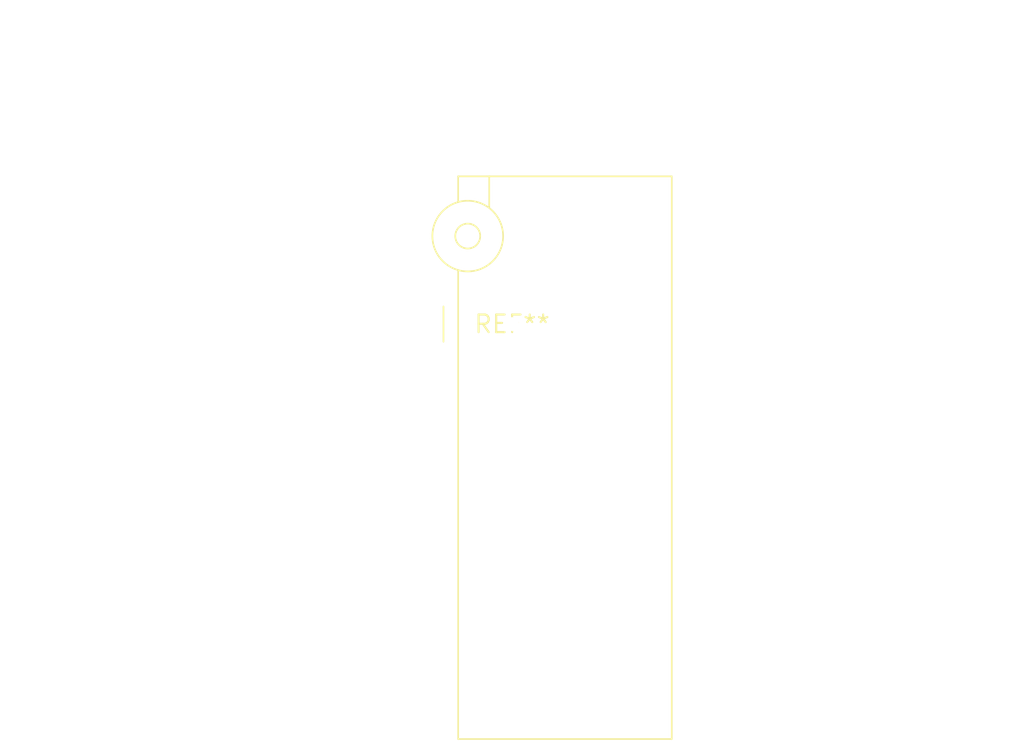
<source format=kicad_pcb>
(kicad_pcb (version 20240108) (generator pcbnew)
  (layers (0 "F.Cu" signal) (31 "B.Cu" signal) (34 "B.Paste" user) (35 "F.Paste" user) (36 "B.SilkS" user "B.Silkscreen") (37 "F.SilkS" user "F.Silkscreen") (38 "B.Mask" user) (39 "F.Mask" user) (44 "Edge.Cuts" user))
  (net 0 "")
  (footprint "DIP_Socket-20_W4.3_W5.08_W7.62_W10.16_W10.9_3M_220-3342-00-0602J" (layer "F.Cu") (at 0 0)
    (property "Reference" "REF**")
    (property "Value" "DIP_Socket-20_W4.3_W5.08_W7.62_W10.16_W10.9_3M_220-3342-00-0602J")
    (fp_line (start -4.95 1.27) (end -4.95 -1.27) (layer "F.SilkS") (stroke (width 0.12)))
    (fp_line (start -3.89 -10.66) (end -3.89 -8.8) (layer "F.SilkS") (stroke (width 0.12)))
    (fp_line (start -3.89 -3.9) (end -3.89 29.94) (layer "F.SilkS") (stroke (width 0.12)))
    (fp_line (start -3.89 29.94) (end 11.51 29.94) (layer "F.SilkS") (stroke (width 0.12)))
    (fp_line (start -1.65 -10.66) (end -1.65 -8.4) (layer "F.SilkS") (stroke (width 0.12)))
    (fp_line (start 11.51 -10.66) (end -3.89 -10.66) (layer "F.SilkS") (stroke (width 0.12)))
    (fp_line (start 11.51 29.94) (end 11.51 -10.66) (layer "F.SilkS") (stroke (width 0.12)))
    (fp_circle (center -3.2 -6.35) (end -2.3 -6.35) (layer "F.SilkS") (stroke (width 0.12)) (fill none))
    (fp_circle (center -3.2 -6.35) (end -0.65 -6.35) (layer "F.SilkS") (stroke (width 0.12)) (fill none))
    (pad "1" thru_hole rect (at 0 0) (size 2 1.44) (drill 1) (layers *.Cu *.Mask) (remove_unused_layers))
    (pad "2" thru_hole oval (at 0 2.54) (size 2 1.44) (drill 1) (layers *.Cu *.Mask) (remove_unused_layers))
    (pad "3" thru_hole oval (at 0 5.08) (size 2 1.44) (drill 1) (layers *.Cu *.Mask) (remove_unused_layers))
    (pad "4" thru_hole oval (at 0 7.62) (size 2 1.44) (drill 1) (layers *.Cu *.Mask) (remove_unused_layers))
    (pad "5" thru_hole oval (at 0 10.16) (size 2 1.44) (drill 1) (layers *.Cu *.Mask) (remove_unused_layers))
    (pad "6" thru_hole oval (at 0 12.7) (size 2 1.44) (drill 1) (layers *.Cu *.Mask) (remove_unused_layers))
    (pad "7" thru_hole oval (at 0 15.24) (size 2 1.44) (drill 1) (layers *.Cu *.Mask) (remove_unused_layers))
    (pad "8" thru_hole oval (at 0 17.78) (size 2 1.44) (drill 1) (layers *.Cu *.Mask) (remove_unused_layers))
    (pad "9" thru_hole oval (at 0 20.32) (size 2 1.44) (drill 1) (layers *.Cu *.Mask) (remove_unused_layers))
    (pad "10" thru_hole oval (at 0 22.86) (size 2 1.44) (drill 1) (layers *.Cu *.Mask) (remove_unused_layers))
    (pad "11" thru_hole oval (at 7.62 22.86) (size 2 1.44) (drill 1) (layers *.Cu *.Mask) (remove_unused_layers))
    (pad "12" thru_hole oval (at 7.62 20.32) (size 2 1.44) (drill 1) (layers *.Cu *.Mask) (remove_unused_layers))
    (pad "13" thru_hole oval (at 7.62 17.78) (size 2 1.44) (drill 1) (layers *.Cu *.Mask) (remove_unused_layers))
    (pad "14" thru_hole oval (at 7.62 15.24) (size 2 1.44) (drill 1) (layers *.Cu *.Mask) (remove_unused_layers))
    (pad "15" thru_hole oval (at 7.62 12.7) (size 2 1.44) (drill 1) (layers *.Cu *.Mask) (remove_unused_layers))
    (pad "16" thru_hole oval (at 7.62 10.16) (size 2 1.44) (drill 1) (layers *.Cu *.Mask) (remove_unused_layers))
    (pad "17" thru_hole oval (at 7.62 7.62) (size 2 1.44) (drill 1) (layers *.Cu *.Mask) (remove_unused_layers))
    (pad "18" thru_hole oval (at 7.62 5.08) (size 2 1.44) (drill 1) (layers *.Cu *.Mask) (remove_unused_layers))
    (pad "19" thru_hole oval (at 7.62 2.54) (size 2 1.44) (drill 1) (layers *.Cu *.Mask) (remove_unused_layers))
    (pad "20" thru_hole oval (at 7.62 0) (size 2 1.44) (drill 1) (layers *.Cu *.Mask) (remove_unused_layers))
  )
)
</source>
